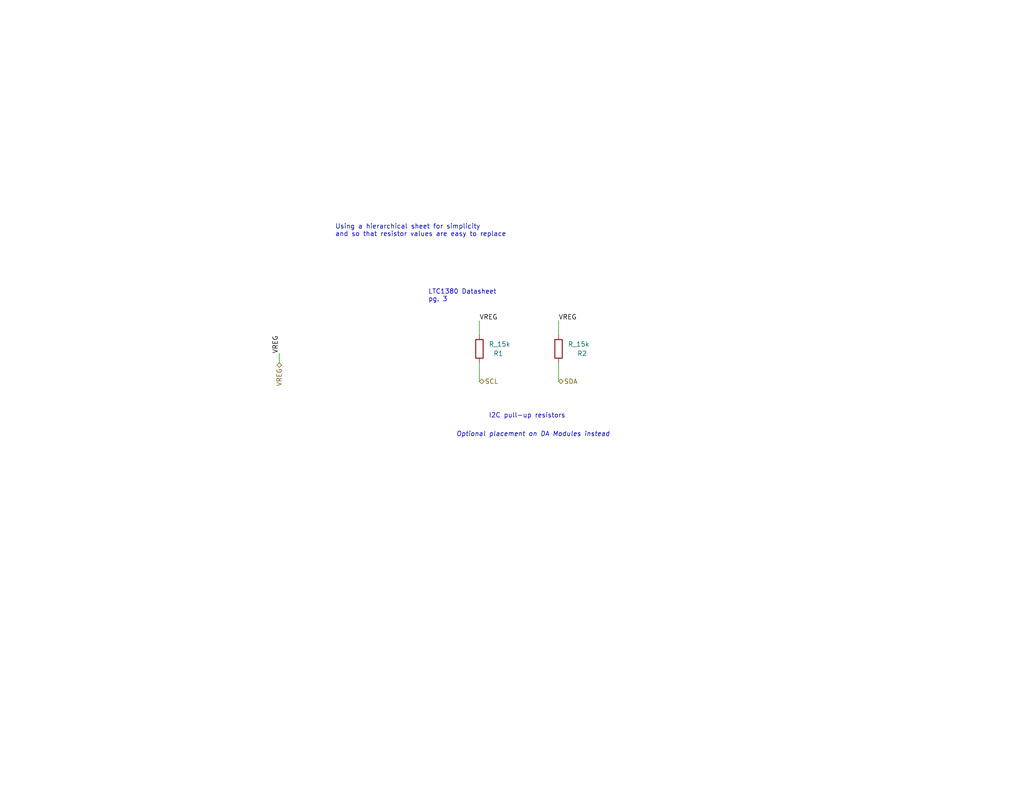
<source format=kicad_sch>
(kicad_sch (version 20231120) (generator "eeschema") (generator_version "8.0")
  (paper "A")
  (title_block (title "MkVI BMS Cell Supervisory Circuit") (date "2022-12-23") (rev "1") (company "Olin Electric Motorsports"))
  (lib_symbols
    (symbol "OEM:15KR" (pin_numbers hide) (pin_names (offset 0))
      (property "Reference" "R" (at 2.032 0 90))
      (property "Value" "15KR" (at 0 0 90))
      (symbol "15KR_0_1"
        (rectangle (start -1.016 -2.54) (end 1.016 2.54) (stroke (width 0.254)))
      )
      (symbol "15KR_1_1"
        (pin passive line (at 0 3.81 270) (length 1.27) (name "~") (number "1"))
        (pin passive line (at 0 -3.81 90) (length 1.27) (name "~") (number "2"))
      )
    )
  )
  (wire (pts (xy 152.4 87.63) (xy 152.4 91.44)))
  (wire (pts (xy 152.4 99.06) (xy 152.4 104.14)))
  (wire (pts (xy 130.81 99.06) (xy 130.81 104.14)))
  (wire (pts (xy 76.2 99.06) (xy 76.2 96.52)))
  (wire (pts (xy 130.81 87.63) (xy 130.81 91.44)))
  (text "I2C pull-up resistors" (at 133.35 114.3 0) (effects (font (size 1.27 1.27)) (justify left bottom)))
  (text "Optional placement on DA Modules instead" (at 124.46 119.38 0) (effects (font (size 1.27 1.27) (italic yes)) (justify left bottom)))
  (text "Using a hierarchical sheet for simplicity\nand so that resistor values are easy to replace" (at 91.44 64.77 0) (effects (font (size 1.27 1.27)) (justify left bottom)))
  (text "LTC1380 Datasheet\npg. 3" (at 116.84 82.55 0) (effects (font (size 1.27 1.27)) (justify left bottom)))
  (label "VREG" (at 152.4 87.63 0))
  (label "VREG" (at 76.2 96.52 90))
  (label "VREG" (at 130.81 87.63 0))
  (hierarchical_label "SDA" (shape bidirectional) (at 152.4 104.14 0))
  (hierarchical_label "VREG" (shape bidirectional) (at 76.2 99.06 270))
  (hierarchical_label "SCL" (shape bidirectional) (at 130.81 104.14 0))
  (symbol (lib_id "OEM:15KR") (at 130.81 95.25 180) (unit 1)
    (property "Reference" "R1" (at 134.62 96.52 0) (effects (justify right)))
    (property "Value" "R_15k" (at 133.35 93.98 0) (effects (justify right)))
    (property "Footprint" "OEM:R_0603" (effects (hide yes)))
    (property "Datasheet" "http://www.passivecomponent.com/wp-content/uploads/chipR/ASC_WR.pdf" (effects (hide yes)))
    (property "MPN" "WR06X153 JTL" (effects (hide yes)))
    (property "MFN" "Walsin Technology" (effects (hide yes)))
    (property "DKPN" "1292-WR06X153JTLDKR-ND" (effects (hide yes)))
    (property "Package" "0603" (effects (hide yes)))
    (property "NewDesigns" "YES" (effects (hide yes)))
    (property "Stocked" "Digi-Reel" (effects (hide yes)))
    (property "Style" "SMD" (effects (hide yes)))
  )
  (symbol (lib_id "OEM:15KR") (at 152.4 95.25 180) (unit 1)
    (property "Reference" "R2" (at 157.48 96.52 0) (effects (justify right)))
    (property "Value" "R_15k" (at 154.94 93.98 0) (effects (justify right)))
    (property "Footprint" "OEM:R_0603" (effects (hide yes)))
    (property "Datasheet" "http://www.passivecomponent.com/wp-content/uploads/chipR/ASC_WR.pdf" (effects (hide yes)))
    (property "MPN" "WR06X153 JTL" (effects (hide yes)))
    (property "MFN" "Walsin Technology" (effects (hide yes)))
    (property "DKPN" "1292-WR06X153JTLDKR-ND" (effects (hide yes)))
    (property "Package" "0603" (effects (hide yes)))
    (property "NewDesigns" "YES" (effects (hide yes)))
    (property "Stocked" "Digi-Reel" (effects (hide yes)))
    (property "Style" "SMD" (effects (hide yes)))
  )
)
</source>
